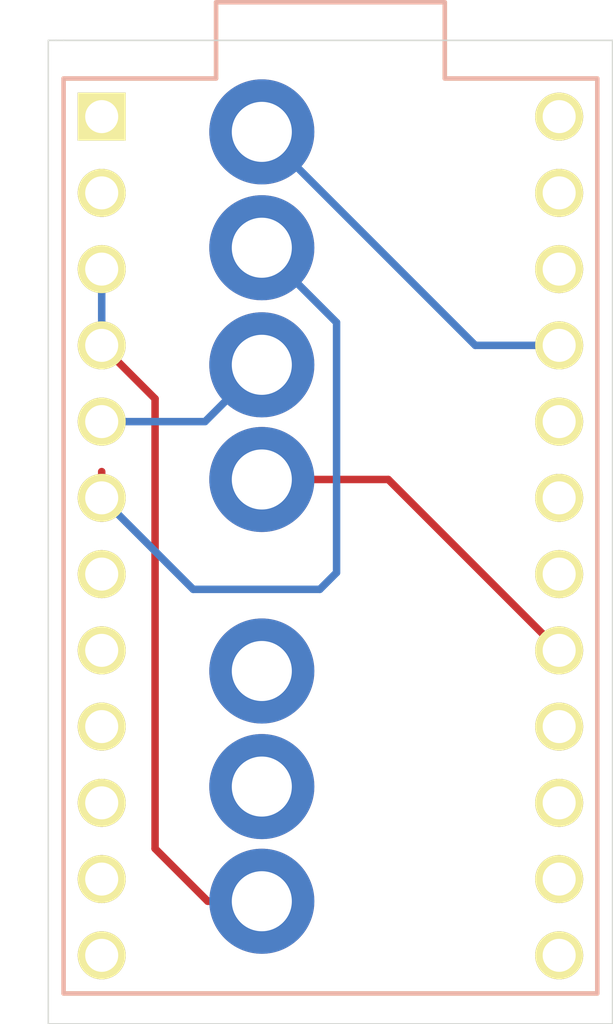
<source format=kicad_pcb>
(kicad_pcb (version 20171130) (host pcbnew "(5.1.10)-1")

  (general
    (thickness 1.6)
    (drawings 6)
    (tracks 17)
    (zones 0)
    (modules 3)
    (nets 25)
  )

  (page A4)
  (layers
    (0 F.Cu signal)
    (31 B.Cu signal)
    (32 B.Adhes user)
    (33 F.Adhes user)
    (34 B.Paste user)
    (35 F.Paste user)
    (36 B.SilkS user)
    (37 F.SilkS user)
    (38 B.Mask user)
    (39 F.Mask user)
    (40 Dwgs.User user)
    (41 Cmts.User user)
    (42 Eco1.User user)
    (43 Eco2.User user)
    (44 Edge.Cuts user)
    (45 Margin user)
    (46 B.CrtYd user)
    (47 F.CrtYd user)
    (48 B.Fab user)
    (49 F.Fab user)
  )

  (setup
    (last_trace_width 0.25)
    (trace_clearance 0.2)
    (zone_clearance 0.508)
    (zone_45_only no)
    (trace_min 0.2)
    (via_size 0.8)
    (via_drill 0.4)
    (via_min_size 0.4)
    (via_min_drill 0.3)
    (uvia_size 0.3)
    (uvia_drill 0.1)
    (uvias_allowed no)
    (uvia_min_size 0.2)
    (uvia_min_drill 0.1)
    (edge_width 0.05)
    (segment_width 0.2)
    (pcb_text_width 0.3)
    (pcb_text_size 1.5 1.5)
    (mod_edge_width 0.12)
    (mod_text_size 1 1)
    (mod_text_width 0.15)
    (pad_size 1.524 1.524)
    (pad_drill 0.762)
    (pad_to_mask_clearance 0)
    (aux_axis_origin 0 0)
    (visible_elements 7FFFFFFF)
    (pcbplotparams
      (layerselection 0x010fc_ffffffff)
      (usegerberextensions false)
      (usegerberattributes true)
      (usegerberadvancedattributes true)
      (creategerberjobfile true)
      (excludeedgelayer true)
      (linewidth 0.100000)
      (plotframeref false)
      (viasonmask false)
      (mode 1)
      (useauxorigin false)
      (hpglpennumber 1)
      (hpglpenspeed 20)
      (hpglpendiameter 15.000000)
      (psnegative false)
      (psa4output false)
      (plotreference true)
      (plotvalue true)
      (plotinvisibletext false)
      (padsonsilk false)
      (subtractmaskfromsilk false)
      (outputformat 1)
      (mirror false)
      (drillshape 0)
      (scaleselection 1)
      (outputdirectory "1 Player Simple/"))
  )

  (net 0 "")
  (net 1 "Net-(MCU1-Pad24)")
  (net 2 /GND)
  (net 3 "Net-(MCU1-Pad22)")
  (net 4 /VCC)
  (net 5 "Net-(MCU1-Pad20)")
  (net 6 "Net-(MCU1-Pad19)")
  (net 7 /DATA2)
  (net 8 /DATA1)
  (net 9 "Net-(MCU1-Pad16)")
  (net 10 "Net-(MCU1-Pad15)")
  (net 11 "Net-(MCU1-Pad14)")
  (net 12 "Net-(MCU1-Pad13)")
  (net 13 "Net-(MCU1-Pad12)")
  (net 14 "Net-(MCU1-Pad11)")
  (net 15 "Net-(MCU1-Pad10)")
  (net 16 "Net-(MCU1-Pad9)")
  (net 17 "Net-(MCU1-Pad8)")
  (net 18 "Net-(MCU1-Pad7)")
  (net 19 /CLOCK)
  (net 20 /LATCH)
  (net 21 "Net-(MCU1-Pad2)")
  (net 22 "Net-(MCU1-Pad1)")
  (net 23 "Net-(PLAYER1-Pad5)")
  (net 24 "Net-(PLAYER1-Pad6)")

  (net_class Default "This is the default net class."
    (clearance 0.2)
    (trace_width 0.25)
    (via_dia 0.8)
    (via_drill 0.4)
    (uvia_dia 0.3)
    (uvia_drill 0.1)
    (add_net /CLOCK)
    (add_net /DATA1)
    (add_net /DATA2)
    (add_net /GND)
    (add_net /LATCH)
    (add_net /VCC)
    (add_net "Net-(MCU1-Pad1)")
    (add_net "Net-(MCU1-Pad10)")
    (add_net "Net-(MCU1-Pad11)")
    (add_net "Net-(MCU1-Pad12)")
    (add_net "Net-(MCU1-Pad13)")
    (add_net "Net-(MCU1-Pad14)")
    (add_net "Net-(MCU1-Pad15)")
    (add_net "Net-(MCU1-Pad16)")
    (add_net "Net-(MCU1-Pad19)")
    (add_net "Net-(MCU1-Pad2)")
    (add_net "Net-(MCU1-Pad20)")
    (add_net "Net-(MCU1-Pad22)")
    (add_net "Net-(MCU1-Pad24)")
    (add_net "Net-(MCU1-Pad7)")
    (add_net "Net-(MCU1-Pad8)")
    (add_net "Net-(MCU1-Pad9)")
    (add_net "Net-(PLAYER1-Pad5)")
    (add_net "Net-(PLAYER1-Pad6)")
  )

  (module "SNES ADAPTOR MISTER:SUPER FAMICOM LOGO" (layer F.Cu) (tedit 0) (tstamp 614DD8F8)
    (at 178.054 89.154 270)
    (fp_text reference G*** (at 0 0 90) (layer F.SilkS) hide
      (effects (font (size 1.524 1.524) (thickness 0.3)))
    )
    (fp_text value LOGO (at 0.75 0 90) (layer F.SilkS) hide
      (effects (font (size 1.524 1.524) (thickness 0.3)))
    )
    (fp_poly (pts (xy 14.398943 -0.581483) (xy 14.43364 -0.560371) (xy 14.494451 -0.478481) (xy 14.516571 -0.364728)
      (xy 14.498898 -0.249326) (xy 14.447928 -0.168909) (xy 14.33825 -0.113493) (xy 14.215973 -0.117331)
      (xy 14.106416 -0.177803) (xy 14.079439 -0.207072) (xy 14.057353 -0.254) (xy 14.213486 -0.254)
      (xy 14.215134 -0.196149) (xy 14.264959 -0.181428) (xy 14.313111 -0.19144) (xy 14.306497 -0.234469)
      (xy 14.296571 -0.254) (xy 14.26131 -0.310892) (xy 14.250331 -0.321511) (xy 14.381432 -0.321511)
      (xy 14.387463 -0.289998) (xy 14.421058 -0.25599) (xy 14.43806 -0.291192) (xy 14.440611 -0.353786)
      (xy 14.436213 -0.41823) (xy 14.420122 -0.417415) (xy 14.402361 -0.389784) (xy 14.381432 -0.321511)
      (xy 14.250331 -0.321511) (xy 14.245098 -0.326571) (xy 14.227077 -0.296675) (xy 14.213486 -0.254)
      (xy 14.057353 -0.254) (xy 14.026126 -0.320346) (xy 14.027777 -0.350007) (xy 14.094517 -0.350007)
      (xy 14.100824 -0.311547) (xy 14.128923 -0.259098) (xy 14.145447 -0.278242) (xy 14.15035 -0.368922)
      (xy 14.150325 -0.371928) (xy 14.148018 -0.407818) (xy 14.239737 -0.407818) (xy 14.275404 -0.402007)
      (xy 14.322468 -0.408679) (xy 14.323029 -0.421065) (xy 14.274465 -0.429727) (xy 14.253482 -0.42393)
      (xy 14.239737 -0.407818) (xy 14.148018 -0.407818) (xy 14.145633 -0.444897) (xy 14.130412 -0.453041)
      (xy 14.113981 -0.429475) (xy 14.094517 -0.350007) (xy 14.027777 -0.350007) (xy 14.032233 -0.430022)
      (xy 14.066099 -0.489857) (xy 14.369142 -0.489857) (xy 14.387285 -0.471714) (xy 14.405428 -0.489857)
      (xy 14.387285 -0.508) (xy 14.369142 -0.489857) (xy 14.066099 -0.489857) (xy 14.081278 -0.516675)
      (xy 14.239737 -0.516675) (xy 14.275404 -0.510864) (xy 14.322468 -0.517536) (xy 14.323029 -0.529922)
      (xy 14.274465 -0.538584) (xy 14.253482 -0.532787) (xy 14.239737 -0.516675) (xy 14.081278 -0.516675)
      (xy 14.085163 -0.523538) (xy 14.172322 -0.588328) (xy 14.281114 -0.611831) (xy 14.398943 -0.581483)) (layer F.Mask) (width 0.01))
    (fp_poly (pts (xy -10.95665 -2.122771) (xy -10.649054 -2.04868) (xy -10.37081 -1.914547) (xy -10.129779 -1.724823)
      (xy -9.933822 -1.483955) (xy -9.839962 -1.314198) (xy -9.794774 -1.209568) (xy -9.766091 -1.114247)
      (xy -9.750289 -1.006287) (xy -9.743738 -0.86374) (xy -9.742715 -0.725714) (xy -9.744857 -0.54373)
      (xy -9.753659 -0.412429) (xy -9.772682 -0.309989) (xy -9.80549 -0.214585) (xy -9.838132 -0.141229)
      (xy -9.952739 0.046932) (xy -10.113204 0.236668) (xy -10.297518 0.405463) (xy -10.483674 0.530798)
      (xy -10.506359 0.542477) (xy -10.645025 0.596677) (xy -10.795836 0.63315) (xy -10.93919 0.649714)
      (xy -11.055485 0.644188) (xy -11.125116 0.61439) (xy -11.127532 0.611597) (xy -11.156596 0.54698)
      (xy -11.183006 0.442917) (xy -11.190466 0.398894) (xy -11.263079 0.138622) (xy -11.397206 -0.105478)
      (xy -11.581974 -0.322405) (xy -11.806512 -0.501156) (xy -12.059947 -0.63073) (xy -12.266306 -0.689757)
      (xy -12.414432 -0.724312) (xy -12.502457 -0.767838) (xy -12.542712 -0.833841) (xy -12.547528 -0.935823)
      (xy -12.542052 -0.991756) (xy -12.482547 -1.23366) (xy -12.360201 -1.465368) (xy -12.170523 -1.695178)
      (xy -12.150295 -1.715751) (xy -11.907191 -1.919279) (xy -11.64894 -2.054203) (xy -11.368178 -2.12407)
      (xy -11.285735 -2.132372) (xy -10.95665 -2.122771)) (layer F.Mask) (width 0.01))
    (fp_poly (pts (xy 1.278872 -0.353684) (xy 1.421797 -0.341623) (xy 1.527207 -0.318714) (xy 1.606754 -0.282591)
      (xy 1.672091 -0.230888) (xy 1.724306 -0.173938) (xy 1.797001 -0.036222) (xy 1.810944 0.117714)
      (xy 1.77029 0.267907) (xy 1.679193 0.39439) (xy 1.593389 0.455217) (xy 1.518599 0.507809)
      (xy 1.513387 0.553427) (xy 1.51494 0.555617) (xy 1.55429 0.606846) (xy 1.621289 0.693049)
      (xy 1.675167 0.762) (xy 1.769502 0.883717) (xy 1.817337 0.95863) (xy 1.815669 0.998026)
      (xy 1.761493 1.013192) (xy 1.651807 1.015414) (xy 1.607784 1.015245) (xy 1.360714 1.01449)
      (xy 1.051818 0.544286) (xy 0.695204 0.544286) (xy 0.644688 1.016) (xy 0.440272 1.015991)
      (xy 0.235857 1.015983) (xy 0.235857 0.005507) (xy 0.672708 0.005507) (xy 0.677845 0.096418)
      (xy 0.680314 0.117929) (xy 0.697368 0.254) (xy 0.958606 0.254) (xy 1.118719 0.246789)
      (xy 1.236543 0.22685) (xy 1.285153 0.206245) (xy 1.334197 0.135256) (xy 1.321225 0.054563)
      (xy 1.250613 -0.01623) (xy 1.233393 -0.025768) (xy 1.157571 -0.047952) (xy 1.045104 -0.063361)
      (xy 0.91842 -0.071201) (xy 0.799947 -0.070683) (xy 0.712114 -0.061013) (xy 0.678485 -0.045357)
      (xy 0.672708 0.005507) (xy 0.235857 0.005507) (xy 0.235857 -0.344714) (xy 0.833861 -0.354724)
      (xy 1.086777 -0.357263) (xy 1.278872 -0.353684)) (layer F.Mask) (width 0.01))
    (fp_poly (pts (xy 0.072571 -0.078992) (xy -0.329848 -0.06671) (xy -0.50772 -0.06015) (xy -0.627948 -0.051322)
      (xy -0.705456 -0.037129) (xy -0.755164 -0.014473) (xy -0.791998 0.019746) (xy -0.801562 0.031234)
      (xy -0.851002 0.102064) (xy -0.870858 0.149163) (xy -0.836821 0.161165) (xy -0.743693 0.171144)
      (xy -0.604944 0.178176) (xy -0.434046 0.181341) (xy -0.399143 0.181429) (xy 0.072571 0.181429)
      (xy 0.072571 0.471714) (xy -0.399143 0.471714) (xy -0.605256 0.473242) (xy -0.7469 0.479943)
      (xy -0.832153 0.494996) (xy -0.869089 0.52158) (xy -0.865786 0.562873) (xy -0.830318 0.622052)
      (xy -0.819476 0.637136) (xy -0.787284 0.668741) (xy -0.735818 0.690889) (xy -0.65131 0.706218)
      (xy -0.51999 0.717364) (xy -0.356833 0.725715) (xy 0.054428 0.743857) (xy 0.06569 0.879929)
      (xy 0.076952 1.016) (xy -0.406024 1.015777) (xy -0.627213 1.013273) (xy -0.788273 1.005209)
      (xy -0.901515 0.990402) (xy -0.979249 0.967671) (xy -0.997858 0.958938) (xy -1.163903 0.847012)
      (xy -1.27225 0.708748) (xy -1.327989 0.533678) (xy -1.33621 0.311335) (xy -1.333336 0.26916)
      (xy -1.292591 0.046052) (xy -1.207902 -0.123664) (xy -1.074834 -0.24747) (xy -1.003176 -0.287711)
      (xy -0.925666 -0.320194) (xy -0.841298 -0.341933) (xy -0.733554 -0.354946) (xy -0.585918 -0.361248)
      (xy -0.387687 -0.362857) (xy 0.072571 -0.362857) (xy 0.072571 -0.078992)) (layer F.Mask) (width 0.01))
    (fp_poly (pts (xy -1.609511 -0.242678) (xy -1.523336 -0.150415) (xy -1.480115 -0.057091) (xy -1.462881 0.056679)
      (xy -1.462908 0.200614) (xy -1.496942 0.31116) (xy -1.517697 0.347619) (xy -1.601601 0.448418)
      (xy -1.713063 0.517649) (xy -1.864408 0.559572) (xy -2.067961 0.578446) (xy -2.191698 0.580572)
      (xy -2.54 0.580572) (xy -2.54 1.016) (xy -2.975429 1.016) (xy -2.975429 -0.072571)
      (xy -2.54 -0.072571) (xy -2.54 0.254) (xy -2.250991 0.254) (xy -2.102513 0.251656)
      (xy -2.009999 0.242255) (xy -1.956928 0.222246) (xy -1.926775 0.18808) (xy -1.92442 0.183814)
      (xy -1.889704 0.07958) (xy -1.914892 0.003977) (xy -2.002609 -0.044939) (xy -2.155481 -0.069115)
      (xy -2.270449 -0.072571) (xy -2.54 -0.072571) (xy -2.975429 -0.072571) (xy -2.975429 -0.362857)
      (xy -1.740649 -0.362857) (xy -1.609511 -0.242678)) (layer F.Mask) (width 0.01))
    (fp_poly (pts (xy -3.156858 1.016) (xy -3.7465 1.013544) (xy -3.951066 1.01055) (xy -4.134127 1.003872)
      (xy -4.281574 0.994331) (xy -4.379299 0.982751) (xy -4.408715 0.974917) (xy -4.481948 0.920136)
      (xy -4.553858 0.841301) (xy -4.582212 0.796519) (xy -4.602117 0.742369) (xy -4.615032 0.665952)
      (xy -4.622416 0.554368) (xy -4.625726 0.394718) (xy -4.626429 0.199572) (xy -4.626429 -0.344714)
      (xy -4.227286 -0.344714) (xy -4.217559 0.145143) (xy -4.212093 0.361984) (xy -4.201141 0.516737)
      (xy -4.1779 0.619875) (xy -4.135564 0.681869) (xy -4.06733 0.713193) (xy -3.966393 0.724317)
      (xy -3.840321 0.725715) (xy -3.594226 0.725715) (xy -3.584185 0.1905) (xy -3.574143 -0.344714)
      (xy -3.3655 -0.355596) (xy -3.156858 -0.366479) (xy -3.156858 1.016)) (layer F.Mask) (width 0.01))
    (fp_poly (pts (xy -5.607444 -0.351961) (xy -5.403064 -0.34344) (xy -4.826 -0.317288) (xy -4.826 -0.072571)
      (xy -5.259067 -0.072571) (xy -5.49508 -0.068999) (xy -5.666618 -0.056971) (xy -5.781487 -0.034523)
      (xy -5.847491 0.000312) (xy -5.872437 0.049498) (xy -5.871731 0.081702) (xy -5.862903 0.116908)
      (xy -5.839827 0.141037) (xy -5.789837 0.15705) (xy -5.700265 0.167909) (xy -5.558443 0.176574)
      (xy -5.442857 0.181959) (xy -5.227594 0.195191) (xy -5.071245 0.215291) (xy -4.960207 0.246325)
      (xy -4.880878 0.292358) (xy -4.819654 0.357458) (xy -4.809718 0.371212) (xy -4.765605 0.485473)
      (xy -4.756475 0.63098) (xy -4.782655 0.775217) (xy -4.805136 0.829309) (xy -4.845188 0.892583)
      (xy -4.897736 0.93993) (xy -4.97304 0.973585) (xy -5.081358 0.995781) (xy -5.23295 1.008755)
      (xy -5.438075 1.014739) (xy -5.662279 1.016) (xy -6.277429 1.016) (xy -6.277429 0.727762)
      (xy -5.782392 0.717667) (xy -5.58038 0.712482) (xy -5.43891 0.705429) (xy -5.345956 0.694806)
      (xy -5.289488 0.678913) (xy -5.257478 0.656046) (xy -5.247178 0.641946) (xy -5.229352 0.573043)
      (xy -5.273683 0.522715) (xy -5.382673 0.489982) (xy -5.558819 0.47386) (xy -5.680235 0.471714)
      (xy -5.906932 0.464778) (xy -6.073013 0.441823) (xy -6.189293 0.399627) (xy -6.266592 0.334969)
      (xy -6.296674 0.288154) (xy -6.347311 0.121896) (xy -6.334662 -0.041218) (xy -6.263797 -0.184831)
      (xy -6.139788 -0.292587) (xy -6.112234 -0.306902) (xy -6.05362 -0.330642) (xy -5.986969 -0.34634)
      (xy -5.899147 -0.354675) (xy -5.777017 -0.356323) (xy -5.607444 -0.351961)) (layer F.Mask) (width 0.01))
    (fp_poly (pts (xy 10.123714 -0.036286) (xy 9.741065 -0.036286) (xy 9.568285 -0.035137) (xy 9.451871 -0.029654)
      (xy 9.375628 -0.016777) (xy 9.323361 0.00655) (xy 9.278876 0.043385) (xy 9.26935 0.052779)
      (xy 9.21681 0.118077) (xy 9.189792 0.195655) (xy 9.180671 0.311573) (xy 9.180285 0.357188)
      (xy 9.189526 0.509951) (xy 9.220514 0.613396) (xy 9.249581 0.658195) (xy 9.2855 0.696025)
      (xy 9.330311 0.721465) (xy 9.398936 0.737615) (xy 9.506297 0.747571) (xy 9.667317 0.754434)
      (xy 9.721295 0.756139) (xy 10.123714 0.768421) (xy 10.123714 1.052286) (xy 9.661071 1.050833)
      (xy 9.444006 1.047554) (xy 9.286696 1.038424) (xy 9.176468 1.022133) (xy 9.100649 0.997376)
      (xy 9.089571 0.991863) (xy 8.931249 0.888947) (xy 8.833467 0.776138) (xy 8.808621 0.725715)
      (xy 8.745563 0.498478) (xy 8.737354 0.27717) (xy 8.780503 0.073984) (xy 8.871517 -0.098888)
      (xy 9.006906 -0.229252) (xy 9.095783 -0.277077) (xy 9.208073 -0.303913) (xy 9.391295 -0.320425)
      (xy 9.644534 -0.326534) (xy 9.668977 -0.326571) (xy 10.123714 -0.326571) (xy 10.123714 -0.036286)) (layer F.Mask) (width 0.01))
    (fp_poly (pts (xy 8.563428 1.052286) (xy 8.128 1.052286) (xy 8.128 -0.326571) (xy 8.563428 -0.326571)
      (xy 8.563428 1.052286)) (layer F.Mask) (width 0.01))
    (fp_poly (pts (xy 7.259498 -0.339218) (xy 7.429134 -0.331301) (xy 7.555093 -0.315965) (xy 7.647003 -0.291055)
      (xy 7.714495 -0.254416) (xy 7.767196 -0.203895) (xy 7.814738 -0.137336) (xy 7.839311 -0.097814)
      (xy 7.867859 -0.04233) (xy 7.887649 0.023624) (xy 7.90022 0.113829) (xy 7.907108 0.242065)
      (xy 7.909851 0.422114) (xy 7.91015 0.537025) (xy 7.910285 1.055908) (xy 7.701642 1.045025)
      (xy 7.493 1.034143) (xy 7.506149 0.580572) (xy 7.509654 0.366349) (xy 7.502445 0.213016)
      (xy 7.479551 0.109122) (xy 7.435999 0.043211) (xy 7.366818 0.003832) (xy 7.267036 -0.020469)
      (xy 7.2435 -0.024441) (xy 7.112 -0.045781) (xy 7.112 1.052286) (xy 6.676571 1.052286)
      (xy 6.676571 -0.036286) (xy 6.35 -0.036286) (xy 6.35 1.052286) (xy 5.913004 1.052286)
      (xy 5.922859 0.357085) (xy 5.932714 -0.338115) (xy 6.750677 -0.341415) (xy 7.036556 -0.341871)
      (xy 7.259498 -0.339218)) (layer F.Mask) (width 0.01))
    (fp_poly (pts (xy 4.807857 -0.331869) (xy 5.062695 -0.321229) (xy 5.256495 -0.30115) (xy 5.400598 -0.267458)
      (xy 5.506347 -0.215982) (xy 5.585083 -0.142548) (xy 5.648149 -0.042984) (xy 5.660568 -0.018149)
      (xy 5.692122 0.05842) (xy 5.713218 0.144349) (xy 5.725793 0.255913) (xy 5.731782 0.40939)
      (xy 5.733143 0.592028) (xy 5.733143 1.052286) (xy 5.1435 1.049986) (xy 4.937152 1.047028)
      (xy 4.750593 1.040355) (xy 4.59847 1.030795) (xy 4.495431 1.019176) (xy 4.463161 1.011521)
      (xy 4.310904 0.917971) (xy 4.21661 0.787934) (xy 4.185101 0.632447) (xy 4.187812 0.619686)
      (xy 4.654119 0.619686) (xy 4.662161 0.651402) (xy 4.680492 0.687867) (xy 4.71735 0.710031)
      (xy 4.788171 0.721374) (xy 4.908391 0.725378) (xy 4.991731 0.725715) (xy 5.297714 0.725715)
      (xy 5.297714 0.471714) (xy 5.011871 0.471714) (xy 4.833349 0.479129) (xy 4.718974 0.503818)
      (xy 4.661609 0.549448) (xy 4.654119 0.619686) (xy 4.187812 0.619686) (xy 4.221204 0.462545)
      (xy 4.222164 0.460232) (xy 4.285623 0.346363) (xy 4.37316 0.266519) (xy 4.496647 0.215743)
      (xy 4.667951 0.189079) (xy 4.8895 0.181564) (xy 5.077011 0.177965) (xy 5.197867 0.165382)
      (xy 5.257729 0.14089) (xy 5.262258 0.101566) (xy 5.217116 0.044486) (xy 5.195071 0.023767)
      (xy 5.151851 -0.003121) (xy 5.083943 -0.020906) (xy 4.977943 -0.031224) (xy 4.82045 -0.03571)
      (xy 4.703128 -0.036286) (xy 4.277541 -0.036286) (xy 4.299857 -0.344714) (xy 4.807857 -0.331869)) (layer F.Mask) (width 0.01))
    (fp_poly (pts (xy 4.100285 -0.078992) (xy 3.703966 -0.06671) (xy 3.526091 -0.059856) (xy 3.404761 -0.050214)
      (xy 3.323954 -0.034505) (xy 3.267646 -0.009451) (xy 3.219813 0.028228) (xy 3.214109 0.03354)
      (xy 3.151627 0.100013) (xy 3.121155 0.147573) (xy 3.120571 0.151468) (xy 3.15465 0.16242)
      (xy 3.248074 0.171576) (xy 3.387623 0.178129) (xy 3.560077 0.181271) (xy 3.610428 0.181429)
      (xy 4.100285 0.181429) (xy 4.100285 0.508) (xy 3.120571 0.508) (xy 3.120571 1.052286)
      (xy 2.685143 1.052286) (xy 2.685143 0.58826) (xy 2.686544 0.388699) (xy 2.692192 0.245105)
      (xy 2.704251 0.140906) (xy 2.724885 0.059526) (xy 2.75626 -0.015608) (xy 2.766785 -0.036838)
      (xy 2.825873 -0.13961) (xy 2.891681 -0.215157) (xy 2.976224 -0.267858) (xy 3.091513 -0.30209)
      (xy 3.249562 -0.32223) (xy 3.462383 -0.332656) (xy 3.586307 -0.335474) (xy 4.100343 -0.344714)
      (xy 4.100285 -0.078992)) (layer F.Mask) (width 0.01))
    (fp_poly (pts (xy 13.448148 -0.318327) (xy 13.558238 -0.311493) (xy 13.64026 -0.300025) (xy 13.705333 -0.283203)
      (xy 13.764579 -0.260308) (xy 13.770045 -0.257908) (xy 13.868173 -0.207615) (xy 13.939864 -0.148737)
      (xy 13.988835 -0.069871) (xy 14.018802 0.040388) (xy 14.033482 0.193442) (xy 14.036591 0.400696)
      (xy 14.034495 0.553481) (xy 14.024428 1.070429) (xy 13.661571 1.070429) (xy 13.643428 0.586605)
      (xy 13.632942 0.367514) (xy 13.617246 0.210707) (xy 13.591447 0.105898) (xy 13.550649 0.042801)
      (xy 13.489961 0.01113) (xy 13.404487 0.000599) (xy 13.36435 0) (xy 13.244285 0)
      (xy 13.244285 1.088572) (xy 12.808857 1.088572) (xy 12.808857 0) (xy 12.654642 -0.000066)
      (xy 12.500428 -0.000132) (xy 12.513126 0.225642) (xy 12.516108 0.376991) (xy 12.511968 0.56193)
      (xy 12.501607 0.741922) (xy 12.500797 0.751851) (xy 12.475771 1.052286) (xy 12.045255 1.052286)
      (xy 12.055128 0.371929) (xy 12.065 -0.308428) (xy 12.838264 -0.318228) (xy 13.099282 -0.320975)
      (xy 13.29887 -0.321248) (xy 13.448148 -0.318327)) (layer F.Mask) (width 0.01))
    (fp_poly (pts (xy 11.235446 -0.339073) (xy 11.456119 -0.286092) (xy 11.617709 -0.205462) (xy 11.759962 -0.068832)
      (xy 11.85263 0.105731) (xy 11.894835 0.302363) (xy 11.885701 0.505201) (xy 11.824349 0.69838)
      (xy 11.709902 0.866035) (xy 11.678682 0.896845) (xy 11.537573 0.986198) (xy 11.349065 1.049509)
      (xy 11.134556 1.083838) (xy 10.915445 1.086245) (xy 10.713128 1.053789) (xy 10.659258 1.03694)
      (xy 10.481745 0.957346) (xy 10.359018 0.859337) (xy 10.273396 0.728361) (xy 10.266613 0.713814)
      (xy 10.207395 0.515126) (xy 10.202677 0.410149) (xy 10.608318 0.410149) (xy 10.644204 0.572107)
      (xy 10.732538 0.696846) (xy 10.867154 0.775137) (xy 11.0173 0.798286) (xy 11.145194 0.785635)
      (xy 11.261755 0.754185) (xy 11.285583 0.743482) (xy 11.38865 0.669171) (xy 11.445607 0.567543)
      (xy 11.465824 0.420046) (xy 11.466285 0.385748) (xy 11.444592 0.192327) (xy 11.377157 0.054318)
      (xy 11.260449 -0.031903) (xy 11.090934 -0.06996) (xy 11.019409 -0.072571) (xy 10.848992 -0.043214)
      (xy 10.72221 0.043873) (xy 10.641023 0.187213) (xy 10.631045 0.220198) (xy 10.608318 0.410149)
      (xy 10.202677 0.410149) (xy 10.198031 0.306783) (xy 10.235831 0.108453) (xy 10.318106 -0.060194)
      (xy 10.382604 -0.134339) (xy 10.552228 -0.245769) (xy 10.763946 -0.317785) (xy 10.998203 -0.349262)
      (xy 11.235446 -0.339073)) (layer F.Mask) (width 0.01))
    (fp_poly (pts (xy 4.260491 1.228656) (xy 4.333961 1.313285) (xy 4.354285 1.412111) (xy 4.324615 1.521385)
      (xy 4.249438 1.597362) (xy 4.149508 1.631505) (xy 4.045579 1.615279) (xy 3.978909 1.5665)
      (xy 3.947508 1.506066) (xy 4.087084 1.506066) (xy 4.092843 1.552728) (xy 4.119567 1.560286)
      (xy 4.167137 1.541486) (xy 4.172857 1.526142) (xy 4.150661 1.477863) (xy 4.108003 1.478066)
      (xy 4.087084 1.506066) (xy 3.947508 1.506066) (xy 3.924404 1.461603) (xy 3.926643 1.415143)
      (xy 3.997158 1.415143) (xy 4.00286 1.466655) (xy 4.01546 1.4605) (xy 4.016948 1.437429)
      (xy 4.227366 1.437429) (xy 4.231821 1.458768) (xy 4.263571 1.486226) (xy 4.279669 1.444963)
      (xy 4.281158 1.406072) (xy 4.275063 1.353681) (xy 4.253527 1.367642) (xy 4.247267 1.377125)
      (xy 4.227366 1.437429) (xy 4.016948 1.437429) (xy 4.020252 1.386211) (xy 4.01546 1.369786)
      (xy 4.002216 1.365228) (xy 3.997158 1.415143) (xy 3.926643 1.415143) (xy 3.929627 1.353229)
      (xy 3.985589 1.261239) (xy 4.083302 1.2055) (xy 4.145908 1.197429) (xy 4.260491 1.228656)) (layer F.Mask) (width 0.01))
    (fp_poly (pts (xy 3.410857 1.632857) (xy 3.07219 1.632857) (xy 2.921979 1.630418) (xy 2.800334 1.623875)
      (xy 2.724703 1.614392) (xy 2.709333 1.608667) (xy 2.692729 1.55887) (xy 2.685185 1.470709)
      (xy 2.685143 1.463524) (xy 2.685143 1.342572) (xy 3.410857 1.342572) (xy 3.410857 1.632857)) (layer F.Mask) (width 0.01))
    (fp_poly (pts (xy -12.606083 0.26096) (xy -12.384609 0.277624) (xy -12.228286 0.304533) (xy -11.967045 0.387873)
      (xy -11.72838 0.497097) (xy -11.530286 0.622866) (xy -11.415762 0.72617) (xy -11.311959 0.882187)
      (xy -11.278271 1.038788) (xy -11.312359 1.192502) (xy -11.41188 1.339857) (xy -11.574492 1.477381)
      (xy -11.797855 1.601603) (xy -12.078457 1.708682) (xy -12.22325 1.746695) (xy -12.386498 1.772562)
      (xy -12.587388 1.788637) (xy -12.790715 1.796093) (xy -12.98096 1.799159) (xy -13.156088 1.799227)
      (xy -13.297358 1.79647) (xy -13.386026 1.791058) (xy -13.389429 1.79063) (xy -13.618662 1.745165)
      (xy -13.847441 1.67307) (xy -14.061076 1.581458) (xy -14.244875 1.477439) (xy -14.384147 1.368123)
      (xy -14.458117 1.273366) (xy -14.504184 1.129617) (xy -14.512025 0.971054) (xy -14.482522 0.826869)
      (xy -14.442405 0.752976) (xy -14.330138 0.645209) (xy -14.168345 0.534802) (xy -13.978408 0.434555)
      (xy -13.78171 0.357266) (xy -13.780846 0.356991) (xy -13.605454 0.316187) (xy -13.379717 0.285487)
      (xy -13.124201 0.265586) (xy -12.859468 0.257179) (xy -12.606083 0.26096)) (layer F.Mask) (width 0.01))
    (fp_poly (pts (xy -2.286 1.923143) (xy -3.193143 1.923143) (xy -3.193143 1.669143) (xy -2.286 1.669143)
      (xy -2.286 1.923143)) (layer F.Mask) (width 0.01))
    (fp_poly (pts (xy -4.390572 1.912649) (xy -4.6355 1.935781) (xy -4.844644 1.951824) (xy -5.020848 1.958086)
      (xy -5.152335 1.954578) (xy -5.227325 1.941311) (xy -5.237238 1.935238) (xy -5.253843 1.885442)
      (xy -5.261387 1.79728) (xy -5.261429 1.790095) (xy -5.261429 1.669143) (xy -4.390572 1.669143)
      (xy -4.390572 1.912649)) (layer F.Mask) (width 0.01))
    (fp_poly (pts (xy 0.364733 1.349304) (xy 0.5049 1.362041) (xy 0.702713 1.383785) (xy 0.816428 1.396655)
      (xy 0.99441 1.416615) (xy 1.145985 1.43329) (xy 1.256766 1.44512) (xy 1.312364 1.450546)
      (xy 1.315357 1.450721) (xy 1.333513 1.483107) (xy 1.342394 1.561584) (xy 1.342571 1.575768)
      (xy 1.32821 1.67355) (xy 1.281491 1.716033) (xy 1.279071 1.716702) (xy 1.234351 1.730492)
      (xy 1.260118 1.736178) (xy 1.279071 1.737505) (xy 1.324405 1.761059) (xy 1.341698 1.834131)
      (xy 1.342571 1.868714) (xy 1.330864 1.960042) (xy 1.298488 1.992229) (xy 1.297214 1.992162)
      (xy 1.246085 1.986159) (xy 1.137757 1.972199) (xy 0.986925 1.952214) (xy 0.808285 1.928135)
      (xy 0.762 1.921837) (xy 0.578799 1.897142) (xy 0.419807 1.876229) (xy 0.299718 1.860992)
      (xy 0.233224 1.853326) (xy 0.226785 1.852819) (xy 0.194178 1.819212) (xy 0.181428 1.741715)
      (xy 0.184497 1.690933) (xy 0.977492 1.690933) (xy 1.027666 1.696659) (xy 1.052285 1.69701)
      (xy 1.118301 1.693227) (xy 1.126081 1.683808) (xy 1.115785 1.680416) (xy 1.023757 1.674773)
      (xy 0.988785 1.680416) (xy 0.977492 1.690933) (xy 0.184497 1.690933) (xy 0.18526 1.678318)
      (xy 0.202342 1.654648) (xy 0.650921 1.654648) (xy 0.701095 1.660374) (xy 0.725714 1.660725)
      (xy 0.791729 1.656942) (xy 0.799509 1.647523) (xy 0.789214 1.64413) (xy 0.697185 1.638487)
      (xy 0.662214 1.64413) (xy 0.650921 1.654648) (xy 0.202342 1.654648) (xy 0.208938 1.64551)
      (xy 0.270735 1.632444) (xy 0.371928 1.628648) (xy 0.472021 1.625165) (xy 0.508677 1.619022)
      (xy 0.479451 1.607997) (xy 0.381898 1.589869) (xy 0.3175 1.579201) (xy 0.227732 1.55791)
      (xy 0.189387 1.520675) (xy 0.181428 1.449785) (xy 0.182148 1.405034) (xy 0.190919 1.37344)
      (xy 0.217661 1.354174) (xy 0.272293 1.346405) (xy 0.364733 1.349304)) (layer F.Mask) (width 0.01))
    (fp_poly (pts (xy -8.133227 -0.739856) (xy -8.006975 -0.731988) (xy -7.908065 -0.713819) (xy -7.813889 -0.680933)
      (xy -7.701842 -0.628917) (xy -7.682527 -0.619404) (xy -7.480029 -0.494762) (xy -7.288709 -0.33276)
      (xy -7.128765 -0.152817) (xy -7.027365 0.010458) (xy -6.985758 0.114951) (xy -6.939833 0.255233)
      (xy -6.908739 0.366141) (xy -6.873307 0.645063) (xy -6.902629 0.930753) (xy -6.99211 1.208603)
      (xy -7.137152 1.464008) (xy -7.319011 1.669628) (xy -7.500394 1.814475) (xy -7.68998 1.929495)
      (xy -7.875274 2.010067) (xy -8.043782 2.051571) (xy -8.183009 2.049385) (xy -8.259219 2.017372)
      (xy -8.322287 1.933663) (xy -8.358979 1.788846) (xy -8.359715 1.783411) (xy -8.422836 1.552014)
      (xy -8.544283 1.320236) (xy -8.711931 1.105116) (xy -8.913658 0.923694) (xy -9.02293 0.851286)
      (xy -9.145094 0.793036) (xy -9.297684 0.738046) (xy -9.396911 0.710623) (xy -9.555417 0.667551)
      (xy -9.654237 0.621694) (xy -9.705926 0.563345) (xy -9.723039 0.482798) (xy -9.723387 0.4582)
      (xy -9.689513 0.246056) (xy -9.598773 0.02317) (xy -9.461201 -0.193068) (xy -9.286826 -0.38527)
      (xy -9.190268 -0.465947) (xy -9.014924 -0.58742) (xy -8.855862 -0.668391) (xy -8.689762 -0.716162)
      (xy -8.493307 -0.738038) (xy -8.309429 -0.741839) (xy -8.133227 -0.739856)) (layer F.Mask) (width 0.01))
    (fp_poly (pts (xy 3.769565 1.349708) (xy 3.816212 1.358033) (xy 3.844336 1.379808) (xy 3.858624 1.430231)
      (xy 3.86376 1.524503) (xy 3.864428 1.657516) (xy 3.851504 1.867516) (xy 3.807836 2.027526)
      (xy 3.726076 2.143396) (xy 3.598881 2.220974) (xy 3.418904 2.26611) (xy 3.178799 2.284652)
      (xy 3.075214 2.285944) (xy 2.685143 2.286) (xy 2.685143 1.995714) (xy 3.061249 1.995714)
      (xy 3.237485 1.993872) (xy 3.357924 1.986568) (xy 3.439286 1.971135) (xy 3.498292 1.94491)
      (xy 3.532963 1.920509) (xy 3.603307 1.84216) (xy 3.627797 1.73896) (xy 3.628571 1.707331)
      (xy 3.63507 1.579076) (xy 3.650793 1.458337) (xy 3.651637 1.454029) (xy 3.676796 1.37445)
      (xy 3.721882 1.347972) (xy 3.769565 1.349708)) (layer F.Mask) (width 0.01))
    (fp_poly (pts (xy 2.612571 2.286) (xy 1.415143 2.286) (xy 1.415143 1.995714) (xy 2.358571 1.995714)
      (xy 2.358571 1.632857) (xy 1.4605 1.632857) (xy 1.437983 1.520273) (xy 1.427999 1.431648)
      (xy 1.4354 1.375442) (xy 1.435589 1.375131) (xy 1.476933 1.364078) (xy 1.578107 1.354634)
      (xy 1.726374 1.347489) (xy 1.908996 1.343338) (xy 2.034141 1.342572) (xy 2.612571 1.342572)
      (xy 2.612571 2.286)) (layer F.Mask) (width 0.01))
    (fp_poly (pts (xy 0.4445 1.936783) (xy 0.612951 1.953626) (xy 0.813119 1.975722) (xy 1.004802 1.998613)
      (xy 1.025071 2.001169) (xy 1.342571 2.041495) (xy 1.342571 2.163747) (xy 1.336487 2.246484)
      (xy 1.303769 2.278477) (xy 1.224643 2.281461) (xy 1.136451 2.274361) (xy 0.999915 2.25919)
      (xy 0.838456 2.238648) (xy 0.762 2.228101) (xy 0.545903 2.19748) (xy 0.391297 2.17411)
      (xy 0.287916 2.154404) (xy 0.225495 2.134773) (xy 0.193766 2.111628) (xy 0.182464 2.08138)
      (xy 0.181324 2.04044) (xy 0.181428 2.025145) (xy 0.181428 1.912722) (xy 0.4445 1.936783)) (layer F.Mask) (width 0.01))
    (fp_poly (pts (xy 0.108857 1.758926) (xy 0.105373 1.875992) (xy 0.088324 1.944055) (xy 0.047816 1.986592)
      (xy 0.001802 2.012926) (xy -0.100244 2.052494) (xy -0.18969 2.068286) (xy -0.271768 2.09605)
      (xy -0.360011 2.166563) (xy -0.369646 2.177143) (xy -0.44725 2.249261) (xy -0.532528 2.280443)
      (xy -0.627844 2.286) (xy -0.745857 2.275695) (xy -0.805017 2.242487) (xy -0.812547 2.228604)
      (xy -0.839234 2.124782) (xy -0.815266 2.063016) (xy -0.73254 2.032328) (xy -0.662215 2.024917)
      (xy -0.554947 2.012881) (xy -0.500627 1.988315) (xy -0.47969 1.941531) (xy -0.478491 1.933957)
      (xy -0.462906 1.887534) (xy -0.420875 1.860982) (xy -0.334328 1.846588) (xy -0.260776 1.841032)
      (xy -0.213208 1.835587) (xy -0.232104 1.830109) (xy -0.311358 1.8252) (xy -0.444866 1.821462)
      (xy -0.462643 1.821147) (xy -0.870858 1.814286) (xy -0.870858 1.560286) (xy 0.108857 1.560286)
      (xy 0.108857 1.758926)) (layer F.Mask) (width 0.01))
    (fp_poly (pts (xy -0.925286 1.360715) (xy -0.914485 1.587429) (xy -0.925334 1.822194) (xy -0.984607 2.005991)
      (xy -1.095072 2.141429) (xy -1.2595 2.231113) (xy -1.480658 2.277652) (xy -1.656409 2.286)
      (xy -1.795345 2.283171) (xy -1.904895 2.275662) (xy -1.965953 2.264939) (xy -1.971524 2.26181)
      (xy -1.988128 2.212013) (xy -1.995673 2.123851) (xy -1.995715 2.116667) (xy -1.995715 1.995714)
      (xy -1.671167 1.995714) (xy -1.510048 1.993561) (xy -1.40281 1.984671) (xy -1.330825 1.9654)
      (xy -1.27547 1.932105) (xy -1.253842 1.914072) (xy -1.1807 1.81901) (xy -1.137321 1.708978)
      (xy -1.113577 1.585526) (xy -1.572789 1.605358) (xy -2.032 1.62519) (xy -2.032 1.340681)
      (xy -0.925286 1.360715)) (layer F.Mask) (width 0.01))
    (fp_poly (pts (xy -3.556716 1.352188) (xy -3.521184 1.386387) (xy -3.518611 1.406072) (xy -3.5145 1.450221)
      (xy -3.49524 1.430848) (xy -3.480522 1.406072) (xy -3.416432 1.358277) (xy -3.321436 1.343675)
      (xy -3.230386 1.364748) (xy -3.2004 1.386115) (xy -3.15985 1.472238) (xy -3.175179 1.573482)
      (xy -3.232208 1.653516) (xy -3.288862 1.697035) (xy -3.338351 1.698734) (xy -3.413637 1.660827)
      (xy -3.519715 1.599947) (xy -3.519159 1.716188) (xy -3.510935 1.810015) (xy -3.491945 1.872354)
      (xy -3.420061 1.934266) (xy -3.314876 1.981292) (xy -3.231814 1.995714) (xy -3.182934 2.007112)
      (xy -3.161294 2.054192) (xy -3.156858 2.140857) (xy -3.162169 2.228847) (xy -3.18829 2.273076)
      (xy -3.250499 2.280764) (xy -3.364075 2.259129) (xy -3.392715 2.252301) (xy -3.548162 2.197939)
      (xy -3.657726 2.115001) (xy -3.727655 1.993045) (xy -3.764201 1.821634) (xy -3.773715 1.61588)
      (xy -3.773715 1.505857) (xy -3.374572 1.505857) (xy -3.35616 1.551017) (xy -3.335565 1.553331)
      (xy -3.298076 1.51587) (xy -3.296558 1.505857) (xy -3.324807 1.463311) (xy -3.335565 1.458384)
      (xy -3.368651 1.475899) (xy -3.374572 1.505857) (xy -3.773715 1.505857) (xy -3.773715 1.342572)
      (xy -3.646715 1.342572) (xy -3.556716 1.352188)) (layer F.Mask) (width 0.01))
    (fp_poly (pts (xy -3.946072 1.349344) (xy -3.880839 1.358613) (xy -3.844614 1.382341) (xy -3.827415 1.438433)
      (xy -3.819263 1.544798) (xy -3.817536 1.579954) (xy -3.827076 1.808167) (xy -3.877725 1.992914)
      (xy -3.966683 2.125268) (xy -3.996576 2.150618) (xy -4.078485 2.194953) (xy -4.185788 2.233271)
      (xy -4.293647 2.259159) (xy -4.377224 2.266204) (xy -4.407721 2.256756) (xy -4.420808 2.21076)
      (xy -4.426816 2.124726) (xy -4.426858 2.116667) (xy -4.418966 2.033126) (xy -4.38525 2.000124)
      (xy -4.341037 1.995714) (xy -4.252244 1.973583) (xy -4.159608 1.920509) (xy -4.108743 1.873658)
      (xy -4.079963 1.819596) (xy -4.067107 1.737128) (xy -4.064011 1.605057) (xy -4.064 1.591639)
      (xy -4.064 1.337974) (xy -3.946072 1.349344)) (layer F.Mask) (width 0.01))
    (fp_poly (pts (xy -5.336551 1.551215) (xy -5.342718 1.67938) (xy -5.355856 1.786378) (xy -5.36704 1.831341)
      (xy -5.36986 1.897704) (xy -5.328716 1.989107) (xy -5.273776 2.071532) (xy -5.207951 2.166848)
      (xy -5.163933 2.237662) (xy -5.152572 2.26312) (xy -5.18473 2.277625) (xy -5.26479 2.285519)
      (xy -5.293541 2.286) (xy -5.401667 2.273469) (xy -5.470567 2.226678) (xy -5.494156 2.194971)
      (xy -5.553801 2.103941) (xy -5.664466 2.18576) (xy -5.742548 2.231415) (xy -5.839576 2.25971)
      (xy -5.977178 2.275797) (xy -6.062566 2.280631) (xy -6.35 2.293684) (xy -6.35 1.995714)
      (xy -6.112341 1.995714) (xy -5.903894 1.975421) (xy -5.736337 1.917958) (xy -5.618142 1.828456)
      (xy -5.557782 1.712043) (xy -5.551715 1.656313) (xy -5.556503 1.625649) (xy -5.5794 1.606634)
      (xy -5.633206 1.597509) (xy -5.730717 1.596519) (xy -5.884735 1.601905) (xy -5.932715 1.604004)
      (xy -6.313715 1.620949) (xy -6.313715 1.342572) (xy -5.334 1.342572) (xy -5.336551 1.551215)) (layer F.Mask) (width 0.01))
    (fp_poly (pts (xy -9.869715 1.645168) (xy -9.557029 1.681277) (xy -9.276061 1.746589) (xy -9.031184 1.836683)
      (xy -8.826772 1.947135) (xy -8.667198 2.073522) (xy -8.556833 2.211423) (xy -8.500052 2.356414)
      (xy -8.501227 2.504072) (xy -8.564731 2.649976) (xy -8.694937 2.789702) (xy -8.719136 2.808823)
      (xy -8.962102 2.954956) (xy -9.257558 3.067868) (xy -9.592289 3.145151) (xy -9.953079 3.184397)
      (xy -10.326715 3.183199) (xy -10.611858 3.153651) (xy -10.845546 3.109105) (xy -11.049558 3.045151)
      (xy -11.266537 2.948417) (xy -11.266715 2.94833) (xy -11.481669 2.816821) (xy -11.628514 2.671674)
      (xy -11.706692 2.517634) (xy -11.715645 2.359447) (xy -11.654816 2.201858) (xy -11.523648 2.049613)
      (xy -11.384504 1.945434) (xy -11.086766 1.79608) (xy -10.738377 1.695405) (xy -10.343192 1.644173)
      (xy -9.905063 1.643147) (xy -9.869715 1.645168)) (layer F.Mask) (width 0.01))
  )

  (module "SNES ADAPTOR MISTER:snes_connector" (layer F.Cu) (tedit 614D0F21) (tstamp 614DCFDD)
    (at 171.704 86.868 270)
    (path /614D1C93)
    (fp_text reference PLAYER1 (at -3.698 -2.18 90) (layer F.SilkS) hide
      (effects (font (size 1 1) (thickness 0.15)))
    )
    (fp_text value Conn_01x07_Female (at 2.896 -4.67 90) (layer F.Fab)
      (effects (font (size 1 1) (thickness 0.15)))
    )
    (fp_text user "snes connector" (at 8.352 -4.778 90) (layer F.Fab)
      (effects (font (size 1 1) (thickness 0.15)))
    )
    (pad 1 thru_hole circle (at -10.16 0 270) (size 3.5 3.5) (drill 2) (layers *.Cu *.Mask)
      (net 4 /VCC))
    (pad 2 thru_hole circle (at -6.3 0 270) (size 3.5 3.5) (drill 2) (layers *.Cu *.Mask)
      (net 19 /CLOCK))
    (pad 4 thru_hole circle (at 1.42 0 270) (size 3.5 3.5) (drill 2) (layers *.Cu *.Mask)
      (net 8 /DATA1))
    (pad 3 thru_hole circle (at -2.4 0 270) (size 3.5 3.5) (drill 2) (layers *.Cu *.Mask)
      (net 20 /LATCH))
    (pad 5 thru_hole circle (at 7.8 0 270) (size 3.5 3.5) (drill 2) (layers *.Cu *.Mask)
      (net 23 "Net-(PLAYER1-Pad5)"))
    (pad 6 thru_hole circle (at 11.65 0 270) (size 3.5 3.5) (drill 2) (layers *.Cu *.Mask)
      (net 24 "Net-(PLAYER1-Pad6)"))
    (pad 7 thru_hole circle (at 15.47 0 270) (size 3.5 3.5) (drill 2) (layers *.Cu *.Mask)
      (net 2 /GND))
  )

  (module "Custom Libraries:ProMicro" (layer F.Cu) (tedit 5A06A962) (tstamp 614DCFCF)
    (at 173.99 90.17 270)
    (descr "Pro Micro footprint")
    (tags "promicro ProMicro")
    (path /614D6C09)
    (fp_text reference MCU1 (at 0 -10.16 90) (layer F.SilkS) hide
      (effects (font (size 1 1) (thickness 0.15)))
    )
    (fp_text value ProMicro (at 0 10.16 90) (layer F.Fab)
      (effects (font (size 1 1) (thickness 0.15)))
    )
    (fp_line (start 15.24 -8.89) (end 15.24 8.89) (layer F.SilkS) (width 0.15))
    (fp_line (start -15.24 -8.89) (end 15.24 -8.89) (layer F.SilkS) (width 0.15))
    (fp_line (start -15.24 -3.81) (end -15.24 -8.89) (layer F.SilkS) (width 0.15))
    (fp_line (start -17.78 -3.81) (end -15.24 -3.81) (layer F.SilkS) (width 0.15))
    (fp_line (start -17.78 3.81) (end -17.78 -3.81) (layer F.SilkS) (width 0.15))
    (fp_line (start -15.24 3.81) (end -17.78 3.81) (layer F.SilkS) (width 0.15))
    (fp_line (start -15.24 8.89) (end -15.24 3.81) (layer F.SilkS) (width 0.15))
    (fp_line (start -15.24 8.89) (end 15.24 8.89) (layer F.SilkS) (width 0.15))
    (fp_line (start -15.24 -8.89) (end 15.24 -8.89) (layer B.SilkS) (width 0.15))
    (fp_line (start -15.24 -3.81) (end -15.24 -8.89) (layer B.SilkS) (width 0.15))
    (fp_line (start -17.78 -3.81) (end -15.24 -3.81) (layer B.SilkS) (width 0.15))
    (fp_line (start -17.78 3.81) (end -17.78 -3.81) (layer B.SilkS) (width 0.15))
    (fp_line (start -15.24 3.81) (end -17.78 3.81) (layer B.SilkS) (width 0.15))
    (fp_line (start -15.24 8.89) (end -15.24 3.81) (layer B.SilkS) (width 0.15))
    (fp_line (start 15.24 8.89) (end -15.24 8.89) (layer B.SilkS) (width 0.15))
    (fp_line (start 15.24 -8.89) (end 15.24 8.89) (layer B.SilkS) (width 0.15))
    (pad 24 thru_hole circle (at -13.97 -7.62 270) (size 1.6 1.6) (drill 1.1) (layers *.Cu *.Mask F.SilkS)
      (net 1 "Net-(MCU1-Pad24)"))
    (pad 23 thru_hole circle (at -11.43 -7.62 270) (size 1.6 1.6) (drill 1.1) (layers *.Cu *.Mask F.SilkS)
      (net 2 /GND))
    (pad 22 thru_hole circle (at -8.89 -7.62 270) (size 1.6 1.6) (drill 1.1) (layers *.Cu *.Mask F.SilkS)
      (net 3 "Net-(MCU1-Pad22)"))
    (pad 21 thru_hole circle (at -6.35 -7.62 270) (size 1.6 1.6) (drill 1.1) (layers *.Cu *.Mask F.SilkS)
      (net 4 /VCC))
    (pad 20 thru_hole circle (at -3.81 -7.62 270) (size 1.6 1.6) (drill 1.1) (layers *.Cu *.Mask F.SilkS)
      (net 5 "Net-(MCU1-Pad20)"))
    (pad 19 thru_hole circle (at -1.27 -7.62 270) (size 1.6 1.6) (drill 1.1) (layers *.Cu *.Mask F.SilkS)
      (net 6 "Net-(MCU1-Pad19)"))
    (pad 18 thru_hole circle (at 1.27 -7.62 270) (size 1.6 1.6) (drill 1.1) (layers *.Cu *.Mask F.SilkS)
      (net 7 /DATA2))
    (pad 17 thru_hole circle (at 3.81 -7.62 270) (size 1.6 1.6) (drill 1.1) (layers *.Cu *.Mask F.SilkS)
      (net 8 /DATA1))
    (pad 16 thru_hole circle (at 6.35 -7.62 270) (size 1.6 1.6) (drill 1.1) (layers *.Cu *.Mask F.SilkS)
      (net 9 "Net-(MCU1-Pad16)"))
    (pad 15 thru_hole circle (at 8.89 -7.62 270) (size 1.6 1.6) (drill 1.1) (layers *.Cu *.Mask F.SilkS)
      (net 10 "Net-(MCU1-Pad15)"))
    (pad 14 thru_hole circle (at 11.43 -7.62 270) (size 1.6 1.6) (drill 1.1) (layers *.Cu *.Mask F.SilkS)
      (net 11 "Net-(MCU1-Pad14)"))
    (pad 13 thru_hole circle (at 13.97 -7.62 270) (size 1.6 1.6) (drill 1.1) (layers *.Cu *.Mask F.SilkS)
      (net 12 "Net-(MCU1-Pad13)"))
    (pad 12 thru_hole circle (at 13.97 7.62 270) (size 1.6 1.6) (drill 1.1) (layers *.Cu *.Mask F.SilkS)
      (net 13 "Net-(MCU1-Pad12)"))
    (pad 11 thru_hole circle (at 11.43 7.62 270) (size 1.6 1.6) (drill 1.1) (layers *.Cu *.Mask F.SilkS)
      (net 14 "Net-(MCU1-Pad11)"))
    (pad 10 thru_hole circle (at 8.89 7.62 270) (size 1.6 1.6) (drill 1.1) (layers *.Cu *.Mask F.SilkS)
      (net 15 "Net-(MCU1-Pad10)"))
    (pad 9 thru_hole circle (at 6.35 7.62 270) (size 1.6 1.6) (drill 1.1) (layers *.Cu *.Mask F.SilkS)
      (net 16 "Net-(MCU1-Pad9)"))
    (pad 8 thru_hole circle (at 3.81 7.62 270) (size 1.6 1.6) (drill 1.1) (layers *.Cu *.Mask F.SilkS)
      (net 17 "Net-(MCU1-Pad8)"))
    (pad 7 thru_hole circle (at 1.27 7.62 270) (size 1.6 1.6) (drill 1.1) (layers *.Cu *.Mask F.SilkS)
      (net 18 "Net-(MCU1-Pad7)"))
    (pad 6 thru_hole circle (at -1.27 7.62 270) (size 1.6 1.6) (drill 1.1) (layers *.Cu *.Mask F.SilkS)
      (net 19 /CLOCK))
    (pad 5 thru_hole circle (at -3.81 7.62 270) (size 1.6 1.6) (drill 1.1) (layers *.Cu *.Mask F.SilkS)
      (net 20 /LATCH))
    (pad 4 thru_hole circle (at -6.35 7.62 270) (size 1.6 1.6) (drill 1.1) (layers *.Cu *.Mask F.SilkS)
      (net 2 /GND))
    (pad 3 thru_hole circle (at -8.89 7.62 270) (size 1.6 1.6) (drill 1.1) (layers *.Cu *.Mask F.SilkS)
      (net 2 /GND))
    (pad 2 thru_hole circle (at -11.43 7.62 270) (size 1.6 1.6) (drill 1.1) (layers *.Cu *.Mask F.SilkS)
      (net 21 "Net-(MCU1-Pad2)"))
    (pad 1 thru_hole rect (at -13.97 7.62 270) (size 1.6 1.6) (drill 1.1) (layers *.Cu *.Mask F.SilkS)
      (net 22 "Net-(MCU1-Pad1)"))
  )

  (gr_line (start 164.592 73.66) (end 164.846 73.66) (layer Edge.Cuts) (width 0.05) (tstamp 648B62FA))
  (gr_line (start 164.592 106.426) (end 164.592 73.66) (layer Edge.Cuts) (width 0.05))
  (gr_line (start 183.388 106.426) (end 164.592 106.426) (layer Edge.Cuts) (width 0.05))
  (gr_line (start 183.388 73.66) (end 183.388 106.426) (layer Edge.Cuts) (width 0.05))
  (gr_line (start 165.1 73.66) (end 164.846 73.66) (layer Edge.Cuts) (width 0.05))
  (gr_line (start 165.1 73.66) (end 183.388 73.66) (layer Edge.Cuts) (width 0.05))

  (segment (start 166.37 81.28) (end 166.37 83.82) (width 0.25) (layer B.Cu) (net 2))
  (segment (start 171.704 102.338) (end 169.902 102.338) (width 0.25) (layer F.Cu) (net 2))
  (segment (start 169.902 102.338) (end 168.148 100.584) (width 0.25) (layer F.Cu) (net 2))
  (segment (start 168.148 85.598) (end 166.37 83.82) (width 0.25) (layer F.Cu) (net 2))
  (segment (start 168.148 100.584) (end 168.148 85.598) (width 0.25) (layer F.Cu) (net 2))
  (segment (start 178.816 83.82) (end 171.704 76.708) (width 0.25) (layer B.Cu) (net 4))
  (segment (start 181.61 83.82) (end 178.816 83.82) (width 0.25) (layer B.Cu) (net 4))
  (segment (start 175.918 88.288) (end 181.61 93.98) (width 0.25) (layer F.Cu) (net 8))
  (segment (start 171.704 88.288) (end 175.918 88.288) (width 0.25) (layer F.Cu) (net 8))
  (segment (start 166.37 88.9) (end 166.37 88.025002) (width 0.25) (layer F.Cu) (net 19))
  (segment (start 171.704 80.568) (end 174.194 83.058) (width 0.25) (layer B.Cu) (net 19))
  (segment (start 174.194 83.058) (end 174.194 91.39) (width 0.25) (layer B.Cu) (net 19))
  (segment (start 174.194 91.39) (end 173.636 91.948) (width 0.25) (layer B.Cu) (net 19))
  (segment (start 169.418 91.948) (end 166.37 88.9) (width 0.25) (layer B.Cu) (net 19))
  (segment (start 173.636 91.948) (end 169.418 91.948) (width 0.25) (layer B.Cu) (net 19))
  (segment (start 169.812 86.36) (end 171.704 84.468) (width 0.25) (layer B.Cu) (net 20))
  (segment (start 169.812 86.36) (end 166.37 86.36) (width 0.25) (layer B.Cu) (net 20))

)

</source>
